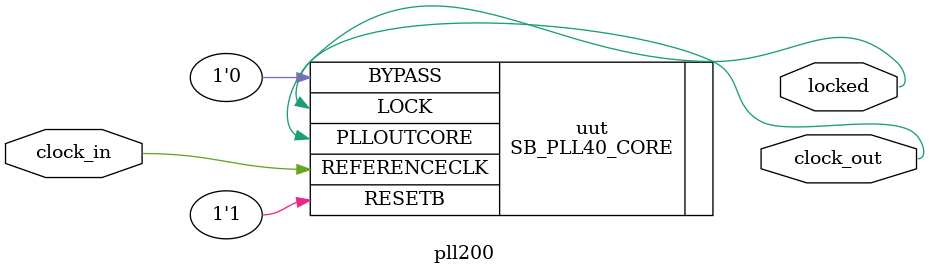
<source format=v>
/**
 * PLL configuration
 *
 * This Verilog module was generated automatically
 * using the icepll tool from the IceStorm project.
 * Use at your own risk.
 *
 * Given input frequency:        16.000 MHz
 * Requested output frequency:  200.000 MHz
 * Achieved output frequency:   200.000 MHz
 */

module pll200(
	input  clock_in,
	output clock_out,
	output locked
	);

SB_PLL40_CORE #(
		.FEEDBACK_PATH("SIMPLE"),
		.DIVR(4'b0000),		// DIVR =  0
		.DIVF(7'b0110001),	// DIVF = 49
		.DIVQ(3'b010),		// DIVQ =  2
		.FILTER_RANGE(3'b001)	// FILTER_RANGE = 1
	) uut (
		.LOCK(locked),
		.RESETB(1'b1),
		.BYPASS(1'b0),
		.REFERENCECLK(clock_in),
		.PLLOUTCORE(clock_out)
		);

endmodule

</source>
